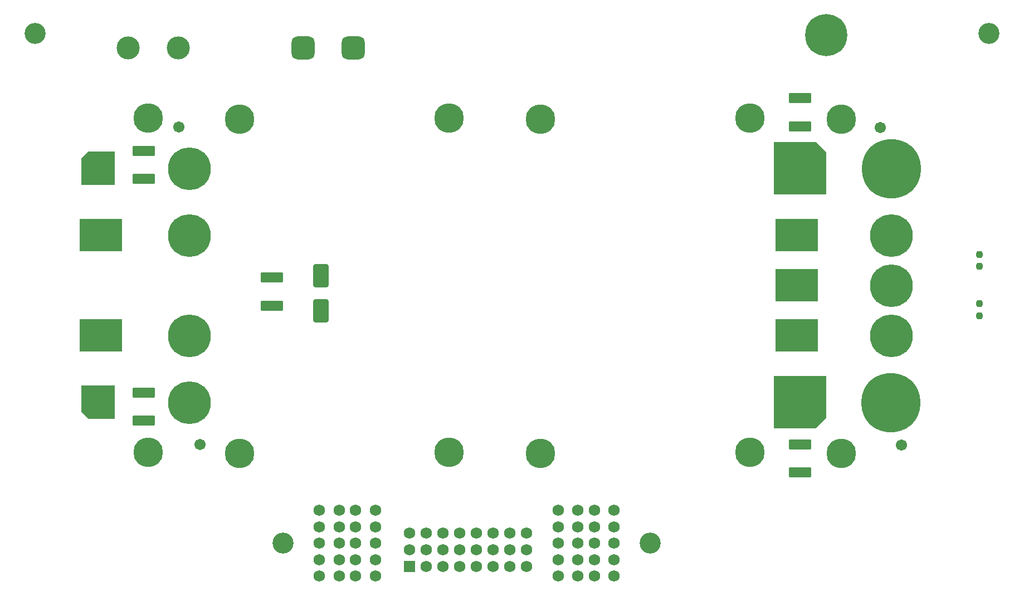
<source format=gbr>
%TF.GenerationSoftware,KiCad,Pcbnew,9.0.1*%
%TF.CreationDate,2025-10-25T17:54:32-05:00*%
%TF.ProjectId,MaxiCarrier,4d617869-4361-4727-9269-65722e6b6963,rev?*%
%TF.SameCoordinates,Original*%
%TF.FileFunction,Soldermask,Bot*%
%TF.FilePolarity,Negative*%
%FSLAX46Y46*%
G04 Gerber Fmt 4.6, Leading zero omitted, Abs format (unit mm)*
G04 Created by KiCad (PCBNEW 9.0.1) date 2025-10-25 17:54:32*
%MOMM*%
%LPD*%
G01*
G04 APERTURE LIST*
G04 Aperture macros list*
%AMRoundRect*
0 Rectangle with rounded corners*
0 $1 Rounding radius*
0 $2 $3 $4 $5 $6 $7 $8 $9 X,Y pos of 4 corners*
0 Add a 4 corners polygon primitive as box body*
4,1,4,$2,$3,$4,$5,$6,$7,$8,$9,$2,$3,0*
0 Add four circle primitives for the rounded corners*
1,1,$1+$1,$2,$3*
1,1,$1+$1,$4,$5*
1,1,$1+$1,$6,$7*
1,1,$1+$1,$8,$9*
0 Add four rect primitives between the rounded corners*
20,1,$1+$1,$2,$3,$4,$5,0*
20,1,$1+$1,$4,$5,$6,$7,0*
20,1,$1+$1,$6,$7,$8,$9,0*
20,1,$1+$1,$8,$9,$2,$3,0*%
%AMOutline5P*
0 Free polygon, 5 corners , with rotation*
0 The origin of the aperture is its center*
0 number of corners: always 5*
0 $1 to $10 corner X, Y*
0 $11 Rotation angle, in degrees counterclockwise*
0 create outline with 5 corners*
4,1,5,$1,$2,$3,$4,$5,$6,$7,$8,$9,$10,$1,$2,$11*%
%AMOutline6P*
0 Free polygon, 6 corners , with rotation*
0 The origin of the aperture is its center*
0 number of corners: always 6*
0 $1 to $12 corner X, Y*
0 $13 Rotation angle, in degrees counterclockwise*
0 create outline with 6 corners*
4,1,6,$1,$2,$3,$4,$5,$6,$7,$8,$9,$10,$11,$12,$1,$2,$13*%
%AMOutline7P*
0 Free polygon, 7 corners , with rotation*
0 The origin of the aperture is its center*
0 number of corners: always 7*
0 $1 to $14 corner X, Y*
0 $15 Rotation angle, in degrees counterclockwise*
0 create outline with 7 corners*
4,1,7,$1,$2,$3,$4,$5,$6,$7,$8,$9,$10,$11,$12,$13,$14,$1,$2,$15*%
%AMOutline8P*
0 Free polygon, 8 corners , with rotation*
0 The origin of the aperture is its center*
0 number of corners: always 8*
0 $1 to $16 corner X, Y*
0 $17 Rotation angle, in degrees counterclockwise*
0 create outline with 8 corners*
4,1,8,$1,$2,$3,$4,$5,$6,$7,$8,$9,$10,$11,$12,$13,$14,$15,$16,$1,$2,$17*%
G04 Aperture macros list end*
%ADD10C,3.200000*%
%ADD11C,3.600000*%
%ADD12C,6.400000*%
%ADD13C,1.710000*%
%ADD14C,6.500000*%
%ADD15Outline5P,-2.500000X1.500000X-1.500000X2.500000X2.500000X2.500000X2.500000X-2.500000X-2.500000X-2.500000X0.000000*%
%ADD16R,6.500000X5.000000*%
%ADD17Outline5P,-2.500000X1.500000X-1.500000X2.500000X2.500000X2.500000X2.500000X-2.500000X-2.500000X-2.500000X90.000000*%
%ADD18C,9.000000*%
%ADD19Outline5P,-4.000000X2.400000X-2.400000X4.000000X4.000000X4.000000X4.000000X-4.000000X-4.000000X-4.000000X180.000000*%
%ADD20Outline5P,-4.000000X2.400000X-2.400000X4.000000X4.000000X4.000000X4.000000X-4.000000X-4.000000X-4.000000X270.000000*%
%ADD21C,4.500000*%
%ADD22RoundRect,0.875000X0.875000X0.875000X-0.875000X0.875000X-0.875000X-0.875000X0.875000X-0.875000X0*%
%ADD23C,3.500000*%
%ADD24RoundRect,0.102000X-0.765000X-0.765000X0.765000X-0.765000X0.765000X0.765000X-0.765000X0.765000X0*%
%ADD25C,1.734000*%
%ADD26RoundRect,0.250000X1.450000X-0.537500X1.450000X0.537500X-1.450000X0.537500X-1.450000X-0.537500X0*%
%ADD27RoundRect,0.237500X0.237500X-0.250000X0.237500X0.250000X-0.237500X0.250000X-0.237500X-0.250000X0*%
%ADD28RoundRect,0.237500X-0.237500X0.250000X-0.237500X-0.250000X0.237500X-0.250000X0.237500X0.250000X0*%
%ADD29RoundRect,0.250000X-0.900000X1.500000X-0.900000X-1.500000X0.900000X-1.500000X0.900000X1.500000X0*%
%ADD30RoundRect,0.250000X-1.450000X0.537500X-1.450000X-0.537500X1.450000X-0.537500X1.450000X0.537500X0*%
G04 APERTURE END LIST*
D10*
%TO.C,H3*%
X176250000Y-31000000D03*
%TD*%
D11*
%TO.C,H1*%
X151500000Y-31250000D03*
D12*
X151500000Y-31250000D03*
%TD*%
D13*
%TO.C,U1*%
X162920000Y-93578192D03*
X56320000Y-93488192D03*
X159740000Y-45318192D03*
X53160000Y-45208192D03*
D14*
X54750000Y-51608192D03*
D15*
X40806392Y-51501587D03*
D14*
X54750000Y-61768192D03*
D16*
X41306392Y-61661587D03*
D14*
X54750000Y-77008192D03*
D16*
X41306392Y-76901587D03*
D14*
X54750000Y-87168192D03*
D17*
X40806392Y-87061587D03*
D18*
X161290000Y-87188192D03*
D19*
X147486392Y-87061587D03*
D14*
X161390000Y-77028192D03*
D16*
X146986392Y-76901587D03*
D14*
X161400000Y-69408192D03*
D16*
X146986392Y-69281587D03*
D14*
X161390000Y-61788192D03*
D16*
X146986392Y-61661587D03*
D18*
X161430000Y-51628192D03*
D20*
X147486392Y-51501587D03*
D21*
X108089955Y-94868187D03*
X62370000Y-94868168D03*
X153809955Y-94868168D03*
X94146347Y-94681827D03*
X48426392Y-94681808D03*
X139866347Y-94681808D03*
X62369958Y-44068192D03*
X153809958Y-44068192D03*
X108090000Y-44068168D03*
X48426350Y-43881832D03*
X139866350Y-43881832D03*
X94146392Y-43881808D03*
%TD*%
D10*
%TO.C,H2*%
X31250000Y-31000000D03*
%TD*%
D22*
%TO.C,F1*%
X79605000Y-33250000D03*
X71985000Y-33250000D03*
D23*
X53015000Y-33250000D03*
X45395000Y-33250000D03*
%TD*%
D10*
%TO.C,J1*%
X68990000Y-108500000D03*
X124750000Y-108500000D03*
D24*
X88160000Y-112000000D03*
D25*
X90700000Y-112000000D03*
X93240000Y-112000000D03*
X95780000Y-112000000D03*
X98320000Y-112000000D03*
X100860000Y-112000000D03*
X103400000Y-112000000D03*
X105940000Y-112000000D03*
X88160000Y-109460000D03*
X90700000Y-109460000D03*
X93240000Y-109460000D03*
X95780000Y-109460000D03*
X98320000Y-109460000D03*
X100860000Y-109460000D03*
X103400000Y-109460000D03*
X105940000Y-109460000D03*
X88160000Y-106920000D03*
X90700000Y-106920000D03*
X93240000Y-106920000D03*
X95780000Y-106920000D03*
X98320000Y-106920000D03*
X100860000Y-106920000D03*
X103400000Y-106920000D03*
X105940000Y-106920000D03*
X74490000Y-103500000D03*
X74490000Y-106000000D03*
X74490000Y-108500000D03*
X74490000Y-111000000D03*
X74490000Y-113500000D03*
X77490000Y-103500000D03*
X77490000Y-106000000D03*
X77490000Y-108500000D03*
X77490000Y-111000000D03*
X77490000Y-113500000D03*
X79990000Y-103500000D03*
X79990000Y-106000000D03*
X79990000Y-108500000D03*
X79990000Y-111000000D03*
X79990000Y-113500000D03*
X82990000Y-103500000D03*
X82990000Y-106000000D03*
X82990000Y-108500000D03*
X82990000Y-111000000D03*
X82990000Y-113500000D03*
X110750000Y-103500000D03*
X110750000Y-106000000D03*
X110750000Y-108500000D03*
X110750000Y-111000000D03*
X110750000Y-113500000D03*
X113750000Y-103500000D03*
X113750000Y-106000000D03*
X113750000Y-108500000D03*
X113750000Y-111000000D03*
X113750000Y-113500000D03*
X116250000Y-103500000D03*
X116250000Y-106000000D03*
X116250000Y-108500000D03*
X116250000Y-111000000D03*
X116250000Y-113500000D03*
X119250000Y-103500000D03*
X119250000Y-106000000D03*
X119250000Y-108500000D03*
X119250000Y-111000000D03*
X119250000Y-113500000D03*
%TD*%
D26*
%TO.C,C5*%
X147500000Y-97750000D03*
X147500000Y-93475000D03*
%TD*%
D27*
%TO.C,R3*%
X174750000Y-66412500D03*
X174750000Y-64587500D03*
%TD*%
D28*
%TO.C,R4*%
X174750000Y-72087500D03*
X174750000Y-73912500D03*
%TD*%
D29*
%TO.C,D3*%
X74750000Y-67800000D03*
X74750000Y-73200000D03*
%TD*%
D26*
%TO.C,C2*%
X47750000Y-53137500D03*
X47750000Y-48862500D03*
%TD*%
D30*
%TO.C,C4*%
X147500000Y-40862500D03*
X147500000Y-45137500D03*
%TD*%
%TO.C,C3*%
X47750000Y-85612500D03*
X47750000Y-89887500D03*
%TD*%
%TO.C,C1*%
X67290452Y-68112500D03*
X67290452Y-72387500D03*
%TD*%
M02*

</source>
